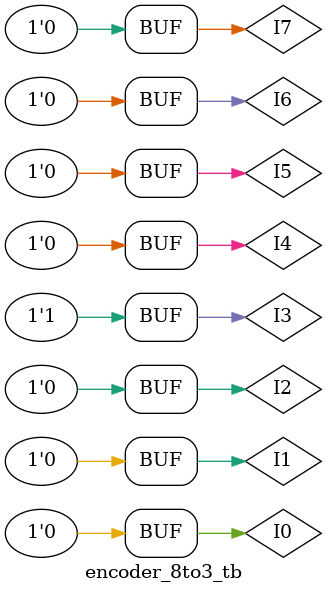
<source format=v>
module encoder_8to3(I0, I1, I2, I3, I4, I5, I6, I7, Y0, Y1, Y2);

input I0, I1, I2, I3, I4, I5, I6, I7;
output Y0, Y1, Y2;

or g1 (Y2, I4, I5, I6, I7);
or g2 (Y1, I2, I3, I6, I7);
or g3 (Y0, I1, I3, I5, I7);

endmodule

module encoder_8to3_tb;

reg I0, I1, I2, I3, I4, I5, I6, I7;
wire Y0, Y1, Y2;

encoder_8to3 i1(I0, I1, I2, I3, I4, I5, I6, I7, Y0, Y1, Y2);
initial
begin
	I0 = 1'b0; I1 = 1'b0; I2 = 1'b0; I3 = 1'b0; I4 = 1'b0; I5 = 1'b0; I6 = 1'b0; I7 = 1'b0;
	$monitor ("Time:%f, I7-I0=%b%b%b%b%b%b%b%b, Y2Y1Y0=%b%b%b",$time, I7, I6, I5, I4, I3, I2, I1, I0, Y2, Y1, Y0);
	#5 I0 = 1'b1;
	#5 I0 = 1'b0; I4 = 1'b1;
	#5 I4 = 1'b0; I7 = 1'b1;
	#5 I7 = 1'b0; I3 = 1'b1;
end

endmodule
</source>
